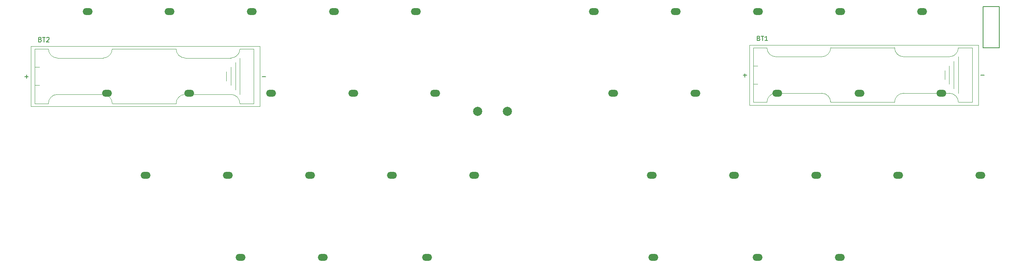
<source format=gbr>
%TF.GenerationSoftware,KiCad,Pcbnew,8.0.7*%
%TF.CreationDate,2025-05-18T22:23:59+09:00*%
%TF.ProjectId,cool436,636f6f6c-3433-4362-9e6b-696361645f70,rev?*%
%TF.SameCoordinates,Original*%
%TF.FileFunction,Legend,Top*%
%TF.FilePolarity,Positive*%
%FSLAX46Y46*%
G04 Gerber Fmt 4.6, Leading zero omitted, Abs format (unit mm)*
G04 Created by KiCad (PCBNEW 8.0.7) date 2025-05-18 22:23:59*
%MOMM*%
%LPD*%
G01*
G04 APERTURE LIST*
%ADD10C,0.150000*%
%ADD11C,0.120000*%
%ADD12O,2.200000X1.500000*%
%ADD13C,2.000000*%
G04 APERTURE END LIST*
D10*
X166384285Y-17221009D02*
X166527142Y-17268628D01*
X166527142Y-17268628D02*
X166574761Y-17316247D01*
X166574761Y-17316247D02*
X166622380Y-17411485D01*
X166622380Y-17411485D02*
X166622380Y-17554342D01*
X166622380Y-17554342D02*
X166574761Y-17649580D01*
X166574761Y-17649580D02*
X166527142Y-17697200D01*
X166527142Y-17697200D02*
X166431904Y-17744819D01*
X166431904Y-17744819D02*
X166050952Y-17744819D01*
X166050952Y-17744819D02*
X166050952Y-16744819D01*
X166050952Y-16744819D02*
X166384285Y-16744819D01*
X166384285Y-16744819D02*
X166479523Y-16792438D01*
X166479523Y-16792438D02*
X166527142Y-16840057D01*
X166527142Y-16840057D02*
X166574761Y-16935295D01*
X166574761Y-16935295D02*
X166574761Y-17030533D01*
X166574761Y-17030533D02*
X166527142Y-17125771D01*
X166527142Y-17125771D02*
X166479523Y-17173390D01*
X166479523Y-17173390D02*
X166384285Y-17221009D01*
X166384285Y-17221009D02*
X166050952Y-17221009D01*
X166908095Y-16744819D02*
X167479523Y-16744819D01*
X167193809Y-17744819D02*
X167193809Y-16744819D01*
X168336666Y-17744819D02*
X167765238Y-17744819D01*
X168050952Y-17744819D02*
X168050952Y-16744819D01*
X168050952Y-16744819D02*
X167955714Y-16887676D01*
X167955714Y-16887676D02*
X167860476Y-16982914D01*
X167860476Y-16982914D02*
X167765238Y-17030533D01*
X162979048Y-25363866D02*
X163740953Y-25363866D01*
X163360000Y-25744819D02*
X163360000Y-24982914D01*
X215049048Y-25363866D02*
X215810953Y-25363866D01*
X8844285Y-17491009D02*
X8987142Y-17538628D01*
X8987142Y-17538628D02*
X9034761Y-17586247D01*
X9034761Y-17586247D02*
X9082380Y-17681485D01*
X9082380Y-17681485D02*
X9082380Y-17824342D01*
X9082380Y-17824342D02*
X9034761Y-17919580D01*
X9034761Y-17919580D02*
X8987142Y-17967200D01*
X8987142Y-17967200D02*
X8891904Y-18014819D01*
X8891904Y-18014819D02*
X8510952Y-18014819D01*
X8510952Y-18014819D02*
X8510952Y-17014819D01*
X8510952Y-17014819D02*
X8844285Y-17014819D01*
X8844285Y-17014819D02*
X8939523Y-17062438D01*
X8939523Y-17062438D02*
X8987142Y-17110057D01*
X8987142Y-17110057D02*
X9034761Y-17205295D01*
X9034761Y-17205295D02*
X9034761Y-17300533D01*
X9034761Y-17300533D02*
X8987142Y-17395771D01*
X8987142Y-17395771D02*
X8939523Y-17443390D01*
X8939523Y-17443390D02*
X8844285Y-17491009D01*
X8844285Y-17491009D02*
X8510952Y-17491009D01*
X9368095Y-17014819D02*
X9939523Y-17014819D01*
X9653809Y-18014819D02*
X9653809Y-17014819D01*
X10225238Y-17110057D02*
X10272857Y-17062438D01*
X10272857Y-17062438D02*
X10368095Y-17014819D01*
X10368095Y-17014819D02*
X10606190Y-17014819D01*
X10606190Y-17014819D02*
X10701428Y-17062438D01*
X10701428Y-17062438D02*
X10749047Y-17110057D01*
X10749047Y-17110057D02*
X10796666Y-17205295D01*
X10796666Y-17205295D02*
X10796666Y-17300533D01*
X10796666Y-17300533D02*
X10749047Y-17443390D01*
X10749047Y-17443390D02*
X10177619Y-18014819D01*
X10177619Y-18014819D02*
X10796666Y-18014819D01*
X5439048Y-25633866D02*
X6200953Y-25633866D01*
X5820000Y-26014819D02*
X5820000Y-25252914D01*
X57509048Y-25633866D02*
X58270953Y-25633866D01*
%TO.C,SW45*%
X215610000Y-10290000D02*
X219110000Y-10290000D01*
X215610000Y-19290000D02*
X215610000Y-10290000D01*
X219110000Y-10290000D02*
X219110000Y-19290000D01*
X219110000Y-19290000D02*
X215610000Y-19290000D01*
D11*
%TO.C,BT1*%
X164370000Y-18690000D02*
X164370000Y-31890000D01*
X164370000Y-31890000D02*
X214570000Y-31890000D01*
X165170000Y-19290000D02*
X165170000Y-31290000D01*
X165170000Y-19290000D02*
X168170000Y-19290000D01*
X165170000Y-23290000D02*
X166170000Y-23290000D01*
X165170000Y-31290000D02*
X168170000Y-31290000D01*
X166170000Y-27290000D02*
X165170000Y-27290000D01*
X170170000Y-21290000D02*
X180170000Y-21290000D01*
X170170000Y-29290000D02*
X180170000Y-29290000D01*
X182170000Y-31290000D02*
X196170000Y-31290000D01*
X196170000Y-19290000D02*
X182170000Y-19290000D01*
X207170000Y-24290000D02*
X207170000Y-26290000D01*
X208170000Y-21290000D02*
X198170000Y-21290000D01*
X208170000Y-23290000D02*
X208170000Y-27290000D01*
X208170000Y-29290000D02*
X198170000Y-29290000D01*
X209170000Y-28290000D02*
X209170000Y-22290000D01*
X210170000Y-21290000D02*
X210170000Y-29290000D01*
X213170000Y-19290000D02*
X210170000Y-19290000D01*
X213170000Y-19290000D02*
X213170000Y-31290000D01*
X213170000Y-31290000D02*
X210170000Y-31290000D01*
X214570000Y-18690000D02*
X164370000Y-18690000D01*
X214570000Y-31890000D02*
X214570000Y-18690000D01*
X168170000Y-31290000D02*
G75*
G02*
X170170000Y-29290000I2000000J0D01*
G01*
X170170000Y-21290000D02*
G75*
G02*
X168170000Y-19290000I0J2000000D01*
G01*
X180170000Y-29290000D02*
G75*
G02*
X182170000Y-31290000I0J-2000000D01*
G01*
X182170000Y-19290000D02*
G75*
G02*
X180170000Y-21290000I-2000000J0D01*
G01*
X196170000Y-31290000D02*
G75*
G02*
X198170000Y-29290000I2000000J0D01*
G01*
X198170000Y-21290000D02*
G75*
G02*
X196170000Y-19290000I0J2000000D01*
G01*
X208170000Y-29290000D02*
G75*
G02*
X210170000Y-31290000I0J-2000000D01*
G01*
X210170000Y-19290000D02*
G75*
G02*
X208170000Y-21290000I-2000000J0D01*
G01*
%TO.C,BT2*%
X6830000Y-18960000D02*
X6830000Y-32160000D01*
X6830000Y-32160000D02*
X57030000Y-32160000D01*
X7630000Y-19560000D02*
X7630000Y-31560000D01*
X7630000Y-19560000D02*
X10630000Y-19560000D01*
X7630000Y-23560000D02*
X8630000Y-23560000D01*
X7630000Y-31560000D02*
X10630000Y-31560000D01*
X8630000Y-27560000D02*
X7630000Y-27560000D01*
X12630000Y-21560000D02*
X22630000Y-21560000D01*
X12630000Y-29560000D02*
X22630000Y-29560000D01*
X24630000Y-31560000D02*
X38630000Y-31560000D01*
X38630000Y-19560000D02*
X24630000Y-19560000D01*
X49630000Y-24560000D02*
X49630000Y-26560000D01*
X50630000Y-21560000D02*
X40630000Y-21560000D01*
X50630000Y-23560000D02*
X50630000Y-27560000D01*
X50630000Y-29560000D02*
X40630000Y-29560000D01*
X51630000Y-28560000D02*
X51630000Y-22560000D01*
X52630000Y-21560000D02*
X52630000Y-29560000D01*
X55630000Y-19560000D02*
X52630000Y-19560000D01*
X55630000Y-19560000D02*
X55630000Y-31560000D01*
X55630000Y-31560000D02*
X52630000Y-31560000D01*
X57030000Y-18960000D02*
X6830000Y-18960000D01*
X57030000Y-32160000D02*
X57030000Y-18960000D01*
X10630000Y-31560000D02*
G75*
G02*
X12630000Y-29560000I2000000J0D01*
G01*
X12630000Y-21560000D02*
G75*
G02*
X10630000Y-19560000I0J2000000D01*
G01*
X22630000Y-29560000D02*
G75*
G02*
X24630000Y-31560000I0J-2000000D01*
G01*
X24630000Y-19560000D02*
G75*
G02*
X22630000Y-21560000I-2000000J0D01*
G01*
X38630000Y-31560000D02*
G75*
G02*
X40630000Y-29560000I2000000J0D01*
G01*
X40630000Y-21560000D02*
G75*
G02*
X38630000Y-19560000I0J2000000D01*
G01*
X50630000Y-29560000D02*
G75*
G02*
X52630000Y-31560000I0J-2000000D01*
G01*
X52630000Y-19560000D02*
G75*
G02*
X50630000Y-21560000I-2000000J0D01*
G01*
%TD*%
D12*
%TO.C,SW6*%
X41470000Y-29340000D03*
%TD*%
%TO.C,SW22*%
X134470000Y-29340000D03*
%TD*%
%TO.C,SW14*%
X77470000Y-29340000D03*
%TD*%
%TO.C,SW13*%
X73220000Y-11340000D03*
%TD*%
%TO.C,SW24*%
X184170000Y-65340000D03*
%TD*%
%TO.C,SW27*%
X152470000Y-29340000D03*
%TD*%
%TO.C,SW23*%
X142970000Y-47340000D03*
%TD*%
%TO.C,SW3*%
X31970000Y-47340000D03*
%TD*%
%TO.C,SW34*%
X202220000Y-11340000D03*
%TD*%
%TO.C,SW26*%
X170470000Y-29340000D03*
%TD*%
%TO.C,SW4*%
X52770000Y-65340000D03*
%TD*%
%TO.C,SW20*%
X166170000Y-65340000D03*
%TD*%
%TO.C,SW12*%
X93670000Y-65340000D03*
%TD*%
%TO.C,SW33*%
X184220000Y-11340000D03*
%TD*%
%TO.C,SW1*%
X19220000Y-11340000D03*
%TD*%
%TO.C,SW29*%
X166220000Y-11340000D03*
%TD*%
%TO.C,SW31*%
X196970000Y-47340000D03*
%TD*%
%TO.C,SW35*%
X206470000Y-29340000D03*
%TD*%
%TO.C,SW9*%
X55220000Y-11340000D03*
%TD*%
%TO.C,SW19*%
X103970000Y-47340000D03*
%TD*%
%TO.C,SW15*%
X85970000Y-47340000D03*
%TD*%
%TO.C,SW2*%
X23470000Y-29340000D03*
%TD*%
%TO.C,SW8*%
X70770000Y-65340000D03*
%TD*%
%TO.C,SW16*%
X143270000Y-65340000D03*
%TD*%
%TO.C,SW17*%
X91220000Y-11340000D03*
%TD*%
%TO.C,SW36*%
X214970000Y-47340000D03*
%TD*%
%TO.C,SW32*%
X178970000Y-47340000D03*
%TD*%
%TO.C,SW7*%
X49970000Y-47340000D03*
%TD*%
%TO.C,SW21*%
X130220000Y-11340000D03*
%TD*%
%TO.C,SW5*%
X37220000Y-11340000D03*
%TD*%
%TO.C,SW11*%
X67970000Y-47340000D03*
%TD*%
D13*
%TO.C,SW46*%
X104780000Y-33250000D03*
X111280000Y-33250000D03*
%TD*%
D12*
%TO.C,SW30*%
X188470000Y-29340000D03*
%TD*%
%TO.C,SW18*%
X95470000Y-29340000D03*
%TD*%
%TO.C,SW28*%
X160970000Y-47340000D03*
%TD*%
%TO.C,SW10*%
X59470000Y-29340000D03*
%TD*%
%TO.C,SW25*%
X148220000Y-11340000D03*
%TD*%
M02*

</source>
